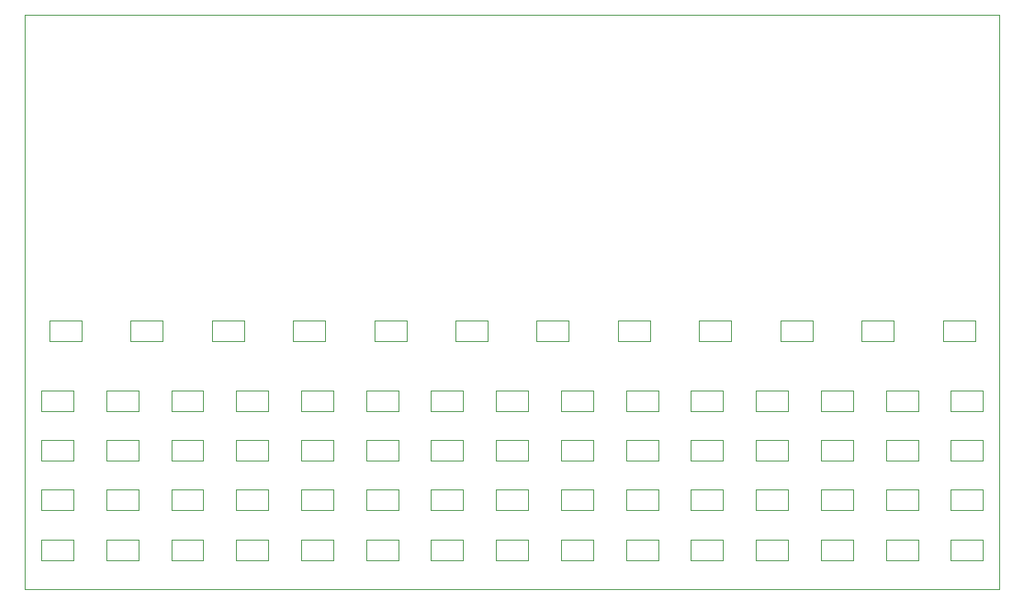
<source format=gbr>
G04 #@! TF.GenerationSoftware,KiCad,Pcbnew,5.0.2-bee76a0~70~ubuntu16.04.1*
G04 #@! TF.CreationDate,2020-01-20T17:48:56-08:00*
G04 #@! TF.ProjectId,clock,636c6f63-6b2e-46b6-9963-61645f706362,rev?*
G04 #@! TF.SameCoordinates,Original*
G04 #@! TF.FileFunction,Profile,NP*
%FSLAX46Y46*%
G04 Gerber Fmt 4.6, Leading zero omitted, Abs format (unit mm)*
G04 Created by KiCad (PCBNEW 5.0.2-bee76a0~70~ubuntu16.04.1) date Mon 20 Jan 2020 17:48:56 PST*
%MOMM*%
%LPD*%
G01*
G04 APERTURE LIST*
%ADD10C,0.100000*%
G04 APERTURE END LIST*
D10*
X37261800Y-75162400D02*
X37261800Y-84175600D01*
X137261600Y-75162400D02*
X37261800Y-75162400D01*
X137261600Y-84150200D02*
X137261600Y-75162400D01*
X75573535Y-129046600D02*
X72273535Y-129046600D01*
X75573535Y-131146600D02*
X75573535Y-129046600D01*
X78940202Y-123946600D02*
X78940202Y-126046600D01*
X82240202Y-123946600D02*
X78940202Y-123946600D01*
X112273537Y-120946600D02*
X115573537Y-120946600D01*
X68906868Y-131146600D02*
X68906868Y-129046600D01*
X112273537Y-131146600D02*
X115573537Y-131146600D01*
X85606869Y-129046600D02*
X85606869Y-131146600D01*
X55573534Y-113746600D02*
X52273534Y-113746600D01*
X55573534Y-115846600D02*
X55573534Y-113746600D01*
X52273534Y-115846600D02*
X55573534Y-115846600D01*
X45606867Y-113746600D02*
X45606867Y-115846600D01*
X48906867Y-113746600D02*
X45606867Y-113746600D01*
X48906867Y-115846600D02*
X48906867Y-113746600D01*
X45606867Y-115846600D02*
X48906867Y-115846600D01*
X125606871Y-123946600D02*
X125606871Y-126046600D01*
X128906871Y-123946600D02*
X125606871Y-123946600D01*
X102240203Y-129046600D02*
X98940203Y-129046600D01*
X102240203Y-131146600D02*
X102240203Y-129046600D01*
X72273535Y-126046600D02*
X75573535Y-126046600D01*
X68906868Y-123946600D02*
X65606868Y-123946600D01*
X68906868Y-126046600D02*
X68906868Y-123946600D01*
X65606868Y-126046600D02*
X68906868Y-126046600D01*
X38940200Y-131146600D02*
X42240200Y-131146600D01*
X58940201Y-123946600D02*
X58940201Y-126046600D01*
X62240201Y-123946600D02*
X58940201Y-123946600D01*
X42240200Y-126046600D02*
X42240200Y-123946600D01*
X38940200Y-126046600D02*
X42240200Y-126046600D01*
X43073534Y-106546600D02*
X39773534Y-106546600D01*
X43073534Y-108646600D02*
X43073534Y-106546600D01*
X39773534Y-108646600D02*
X43073534Y-108646600D01*
X123106867Y-106546600D02*
X123106867Y-108646600D01*
X126406867Y-106546600D02*
X123106867Y-106546600D01*
X126406867Y-108646600D02*
X126406867Y-106546600D01*
X123106867Y-108646600D02*
X126406867Y-108646600D01*
X114773534Y-106546600D02*
X114773534Y-108646600D01*
X118073534Y-106546600D02*
X114773534Y-106546600D01*
X118073534Y-108646600D02*
X118073534Y-106546600D01*
X114773534Y-108646600D02*
X118073534Y-108646600D01*
X106440201Y-106546600D02*
X106440201Y-108646600D01*
X109740201Y-106546600D02*
X106440201Y-106546600D01*
X109740201Y-108646600D02*
X109740201Y-106546600D01*
X106440201Y-108646600D02*
X109740201Y-108646600D01*
X98940203Y-118846600D02*
X98940203Y-120946600D01*
X102240203Y-118846600D02*
X98940203Y-118846600D01*
X52273534Y-129046600D02*
X52273534Y-131146600D01*
X72273535Y-118846600D02*
X72273535Y-120946600D01*
X75573535Y-118846600D02*
X72273535Y-118846600D01*
X75573535Y-120946600D02*
X75573535Y-118846600D01*
X72273535Y-120946600D02*
X75573535Y-120946600D01*
X78940202Y-129046600D02*
X78940202Y-131146600D01*
X55573534Y-120946600D02*
X55573534Y-118846600D01*
X52273534Y-120946600D02*
X55573534Y-120946600D01*
X48906867Y-129046600D02*
X45606867Y-129046600D01*
X112273537Y-123946600D02*
X112273537Y-126046600D01*
X115573537Y-123946600D02*
X112273537Y-123946600D01*
X98106868Y-106546600D02*
X98106868Y-108646600D01*
X101406868Y-106546600D02*
X98106868Y-106546600D01*
X101406868Y-108646600D02*
X101406868Y-106546600D01*
X98106868Y-108646600D02*
X101406868Y-108646600D01*
X89773535Y-106546600D02*
X89773535Y-108646600D01*
X65606868Y-123946600D02*
X65606868Y-126046600D01*
X93073535Y-106546600D02*
X89773535Y-106546600D01*
X93073535Y-108646600D02*
X93073535Y-106546600D01*
X89773535Y-108646600D02*
X93073535Y-108646600D01*
X81440202Y-106546600D02*
X81440202Y-108646600D01*
X84740202Y-106546600D02*
X81440202Y-106546600D01*
X84740202Y-108646600D02*
X84740202Y-106546600D01*
X81440202Y-108646600D02*
X84740202Y-108646600D01*
X88906869Y-123946600D02*
X85606869Y-123946600D01*
X88906869Y-126046600D02*
X88906869Y-123946600D01*
X85606869Y-126046600D02*
X88906869Y-126046600D01*
X52273534Y-123946600D02*
X52273534Y-126046600D01*
X55573534Y-123946600D02*
X52273534Y-123946600D01*
X55573534Y-126046600D02*
X55573534Y-123946600D01*
X65606868Y-118846600D02*
X65606868Y-120946600D01*
X68906868Y-118846600D02*
X65606868Y-118846600D01*
X68906868Y-120946600D02*
X68906868Y-118846600D01*
X65606868Y-120946600D02*
X68906868Y-120946600D01*
X118940204Y-129046600D02*
X118940204Y-131146600D01*
X95573536Y-129046600D02*
X92273536Y-129046600D01*
X95573536Y-131146600D02*
X95573536Y-129046600D01*
X42240200Y-131146600D02*
X42240200Y-129046600D01*
X98940203Y-131146600D02*
X102240203Y-131146600D01*
X132273538Y-118846600D02*
X132273538Y-120946600D01*
X135573538Y-118846600D02*
X132273538Y-118846600D01*
X135573538Y-120946600D02*
X135573538Y-118846600D01*
X132273538Y-120946600D02*
X135573538Y-120946600D01*
X102240203Y-120946600D02*
X102240203Y-118846600D01*
X98940203Y-120946600D02*
X102240203Y-120946600D01*
X112273537Y-113746600D02*
X112273537Y-115846600D01*
X115573537Y-113746600D02*
X112273537Y-113746600D01*
X115573537Y-115846600D02*
X115573537Y-113746600D01*
X112273537Y-115846600D02*
X115573537Y-115846600D01*
X105606870Y-113746600D02*
X105606870Y-115846600D01*
X108906870Y-113746600D02*
X105606870Y-113746600D01*
X108906870Y-115846600D02*
X108906870Y-113746600D01*
X105606870Y-115846600D02*
X108906870Y-115846600D01*
X98940203Y-113746600D02*
X98940203Y-115846600D01*
X102240203Y-113746600D02*
X98940203Y-113746600D01*
X102240203Y-115846600D02*
X102240203Y-113746600D01*
X98940203Y-115846600D02*
X102240203Y-115846600D01*
X64773536Y-106546600D02*
X64773536Y-108646600D01*
X68073536Y-106546600D02*
X64773536Y-106546600D01*
X68073536Y-108646600D02*
X68073536Y-106546600D01*
X64773536Y-108646600D02*
X68073536Y-108646600D01*
X38940200Y-123946600D02*
X38940200Y-126046600D01*
X42240200Y-123946600D02*
X38940200Y-123946600D01*
X45606867Y-126046600D02*
X48906867Y-126046600D01*
X85606869Y-131146600D02*
X88906869Y-131146600D01*
X137256867Y-134146600D02*
X137256867Y-84146600D01*
X38940200Y-113746600D02*
X38940200Y-115846600D01*
X42240200Y-113746600D02*
X38940200Y-113746600D01*
X42240200Y-115846600D02*
X42240200Y-113746600D01*
X38940200Y-115846600D02*
X42240200Y-115846600D01*
X131440200Y-106546600D02*
X131440200Y-108646600D01*
X134740200Y-106546600D02*
X131440200Y-106546600D01*
X134740200Y-108646600D02*
X134740200Y-106546600D01*
X131440200Y-108646600D02*
X134740200Y-108646600D01*
X88906869Y-118846600D02*
X85606869Y-118846600D01*
X88906869Y-120946600D02*
X88906869Y-118846600D01*
X85606869Y-120946600D02*
X88906869Y-120946600D01*
X132273538Y-113746600D02*
X132273538Y-115846600D01*
X135573538Y-113746600D02*
X132273538Y-113746600D01*
X135573538Y-115846600D02*
X135573538Y-113746600D01*
X132273538Y-115846600D02*
X135573538Y-115846600D01*
X125606871Y-113746600D02*
X125606871Y-115846600D01*
X128906871Y-113746600D02*
X125606871Y-113746600D01*
X128906871Y-115846600D02*
X128906871Y-113746600D01*
X125606871Y-115846600D02*
X128906871Y-115846600D01*
X118940204Y-113746600D02*
X118940204Y-115846600D01*
X122240204Y-113746600D02*
X118940204Y-113746600D01*
X122240204Y-115846600D02*
X122240204Y-113746600D01*
X118940204Y-115846600D02*
X122240204Y-115846600D01*
X102240203Y-123946600D02*
X98940203Y-123946600D01*
X102240203Y-126046600D02*
X102240203Y-123946600D01*
X98940203Y-126046600D02*
X102240203Y-126046600D01*
X73106869Y-106546600D02*
X73106869Y-108646600D01*
X76406869Y-106546600D02*
X73106869Y-106546600D01*
X76406869Y-108646600D02*
X76406869Y-106546600D01*
X73106869Y-108646600D02*
X76406869Y-108646600D01*
X78940202Y-118846600D02*
X78940202Y-120946600D01*
X82240202Y-118846600D02*
X78940202Y-118846600D01*
X78940202Y-113746600D02*
X78940202Y-115846600D01*
X82240202Y-113746600D02*
X78940202Y-113746600D01*
X82240202Y-115846600D02*
X82240202Y-113746600D01*
X78940202Y-115846600D02*
X82240202Y-115846600D01*
X72273535Y-113746600D02*
X72273535Y-115846600D01*
X75573535Y-113746600D02*
X72273535Y-113746600D01*
X75573535Y-115846600D02*
X75573535Y-113746600D01*
X72273535Y-115846600D02*
X75573535Y-115846600D01*
X125606871Y-131146600D02*
X128906871Y-131146600D01*
X98940203Y-123946600D02*
X98940203Y-126046600D01*
X72273535Y-131146600D02*
X75573535Y-131146600D01*
X135573538Y-129046600D02*
X132273538Y-129046600D01*
X135573538Y-131146600D02*
X135573538Y-129046600D01*
X132273538Y-131146600D02*
X135573538Y-131146600D01*
X37256867Y-84146600D02*
X37256867Y-134146600D01*
X92273536Y-113746600D02*
X92273536Y-115846600D01*
X95573536Y-113746600D02*
X92273536Y-113746600D01*
X95573536Y-115846600D02*
X95573536Y-113746600D01*
X92273536Y-115846600D02*
X95573536Y-115846600D01*
X85606869Y-113746600D02*
X85606869Y-115846600D01*
X88906869Y-113746600D02*
X85606869Y-113746600D01*
X88906869Y-115846600D02*
X88906869Y-113746600D01*
X85606869Y-115846600D02*
X88906869Y-115846600D01*
X112273537Y-129046600D02*
X112273537Y-131146600D01*
X78940202Y-131146600D02*
X82240202Y-131146600D01*
X82240202Y-120946600D02*
X82240202Y-118846600D01*
X78940202Y-120946600D02*
X82240202Y-120946600D01*
X55573534Y-129046600D02*
X52273534Y-129046600D01*
X132273538Y-129046600D02*
X132273538Y-131146600D01*
X92273536Y-131146600D02*
X95573536Y-131146600D01*
X58940201Y-129046600D02*
X58940201Y-131146600D01*
X42240200Y-120946600D02*
X42240200Y-118846600D01*
X38940200Y-120946600D02*
X42240200Y-120946600D01*
X115573537Y-129046600D02*
X112273537Y-129046600D01*
X115573537Y-131146600D02*
X115573537Y-129046600D01*
X122240204Y-126046600D02*
X122240204Y-123946600D01*
X118940204Y-126046600D02*
X122240204Y-126046600D01*
X42240200Y-129046600D02*
X38940200Y-129046600D01*
X118940204Y-131146600D02*
X122240204Y-131146600D01*
X52273534Y-126046600D02*
X55573534Y-126046600D01*
X55573534Y-131146600D02*
X55573534Y-129046600D01*
X65606868Y-131146600D02*
X68906868Y-131146600D01*
X92273536Y-123946600D02*
X92273536Y-126046600D01*
X95573536Y-123946600D02*
X92273536Y-123946600D01*
X95573536Y-126046600D02*
X95573536Y-123946600D01*
X51406867Y-108646600D02*
X51406867Y-106546600D01*
X48106867Y-108646600D02*
X51406867Y-108646600D01*
X39773534Y-106546600D02*
X39773534Y-108646600D01*
X92273536Y-126046600D02*
X95573536Y-126046600D01*
X45606867Y-129046600D02*
X45606867Y-131146600D01*
X82240202Y-126046600D02*
X82240202Y-123946600D01*
X78940202Y-126046600D02*
X82240202Y-126046600D01*
X115573537Y-126046600D02*
X115573537Y-123946600D01*
X82240202Y-129046600D02*
X78940202Y-129046600D01*
X82240202Y-131146600D02*
X82240202Y-129046600D01*
X125606871Y-118846600D02*
X125606871Y-120946600D01*
X128906871Y-118846600D02*
X125606871Y-118846600D01*
X128906871Y-120946600D02*
X128906871Y-118846600D01*
X85606869Y-123946600D02*
X85606869Y-126046600D01*
X48906867Y-120946600D02*
X48906867Y-118846600D01*
X45606867Y-120946600D02*
X48906867Y-120946600D01*
X45606867Y-131146600D02*
X48906867Y-131146600D01*
X105606870Y-131146600D02*
X108906870Y-131146600D01*
X72273535Y-123946600D02*
X72273535Y-126046600D01*
X75573535Y-123946600D02*
X72273535Y-123946600D01*
X75573535Y-126046600D02*
X75573535Y-123946600D01*
X85606869Y-118846600D02*
X85606869Y-120946600D01*
X48906867Y-131146600D02*
X48906867Y-129046600D01*
X62240201Y-118846600D02*
X58940201Y-118846600D01*
X62240201Y-120946600D02*
X62240201Y-118846600D01*
X58940201Y-120946600D02*
X62240201Y-120946600D01*
X92273536Y-118846600D02*
X92273536Y-120946600D01*
X95573536Y-118846600D02*
X92273536Y-118846600D01*
X95573536Y-120946600D02*
X95573536Y-118846600D01*
X92273536Y-120946600D02*
X95573536Y-120946600D01*
X128906871Y-126046600D02*
X128906871Y-123946600D01*
X125606871Y-126046600D02*
X128906871Y-126046600D01*
X45606867Y-123946600D02*
X45606867Y-126046600D01*
X65606868Y-113746600D02*
X65606868Y-115846600D01*
X68906868Y-113746600D02*
X65606868Y-113746600D01*
X68906868Y-115846600D02*
X68906868Y-113746600D01*
X65606868Y-115846600D02*
X68906868Y-115846600D01*
X58940201Y-113746600D02*
X58940201Y-115846600D01*
X62240201Y-113746600D02*
X58940201Y-113746600D01*
X62240201Y-115846600D02*
X62240201Y-113746600D01*
X58940201Y-115846600D02*
X62240201Y-115846600D01*
X52273534Y-113746600D02*
X52273534Y-115846600D01*
X132273538Y-123946600D02*
X132273538Y-126046600D01*
X135573538Y-123946600D02*
X132273538Y-123946600D01*
X135573538Y-126046600D02*
X135573538Y-123946600D01*
X132273538Y-126046600D02*
X135573538Y-126046600D01*
X48906867Y-123946600D02*
X45606867Y-123946600D01*
X48906867Y-126046600D02*
X48906867Y-123946600D01*
X58940201Y-131146600D02*
X62240201Y-131146600D01*
X62240201Y-131146600D02*
X62240201Y-129046600D01*
X112273537Y-126046600D02*
X115573537Y-126046600D01*
X105606870Y-123946600D02*
X105606870Y-126046600D01*
X108906870Y-123946600D02*
X105606870Y-123946600D01*
X122240204Y-129046600D02*
X118940204Y-129046600D01*
X122240204Y-131146600D02*
X122240204Y-129046600D01*
X92273536Y-129046600D02*
X92273536Y-131146600D01*
X52273534Y-118846600D02*
X52273534Y-120946600D01*
X55573534Y-118846600D02*
X52273534Y-118846600D01*
X125606871Y-120946600D02*
X128906871Y-120946600D01*
X118940204Y-118846600D02*
X118940204Y-120946600D01*
X122240204Y-118846600D02*
X118940204Y-118846600D01*
X122240204Y-120946600D02*
X122240204Y-118846600D01*
X118940204Y-120946600D02*
X122240204Y-120946600D01*
X112273537Y-118846600D02*
X112273537Y-120946600D01*
X115573537Y-118846600D02*
X112273537Y-118846600D01*
X115573537Y-120946600D02*
X115573537Y-118846600D01*
X105606870Y-118846600D02*
X105606870Y-120946600D01*
X108906870Y-118846600D02*
X105606870Y-118846600D01*
X108906870Y-120946600D02*
X108906870Y-118846600D01*
X105606870Y-120946600D02*
X108906870Y-120946600D01*
X108906870Y-126046600D02*
X108906870Y-123946600D01*
X105606870Y-126046600D02*
X108906870Y-126046600D01*
X125606871Y-129046600D02*
X125606871Y-131146600D01*
X128906871Y-129046600D02*
X125606871Y-129046600D01*
X128906871Y-131146600D02*
X128906871Y-129046600D01*
X105606870Y-129046600D02*
X105606870Y-131146600D01*
X72273535Y-129046600D02*
X72273535Y-131146600D01*
X118940204Y-123946600D02*
X118940204Y-126046600D01*
X122240204Y-123946600D02*
X118940204Y-123946600D01*
X62240201Y-129046600D02*
X58940201Y-129046600D01*
X56440200Y-106546600D02*
X56440200Y-108646600D01*
X59740200Y-106546600D02*
X56440200Y-106546600D01*
X59740200Y-108646600D02*
X59740200Y-106546600D01*
X56440200Y-108646600D02*
X59740200Y-108646600D01*
X48106867Y-106546600D02*
X48106867Y-108646600D01*
X51406867Y-106546600D02*
X48106867Y-106546600D01*
X58940201Y-118846600D02*
X58940201Y-120946600D01*
X88906869Y-129046600D02*
X85606869Y-129046600D01*
X88906869Y-131146600D02*
X88906869Y-129046600D01*
X62240201Y-126046600D02*
X62240201Y-123946600D01*
X58940201Y-126046600D02*
X62240201Y-126046600D01*
X65606868Y-129046600D02*
X65606868Y-131146600D01*
X68906868Y-129046600D02*
X65606868Y-129046600D01*
X38940200Y-129046600D02*
X38940200Y-131146600D01*
X98940203Y-129046600D02*
X98940203Y-131146600D01*
X108906870Y-129046600D02*
X105606870Y-129046600D01*
X108906870Y-131146600D02*
X108906870Y-129046600D01*
X37256867Y-134146600D02*
X137256867Y-134146600D01*
X45606867Y-118846600D02*
X45606867Y-120946600D01*
X48906867Y-118846600D02*
X45606867Y-118846600D01*
X52273534Y-131146600D02*
X55573534Y-131146600D01*
X38940200Y-118846600D02*
X38940200Y-120946600D01*
X42240200Y-118846600D02*
X38940200Y-118846600D01*
M02*

</source>
